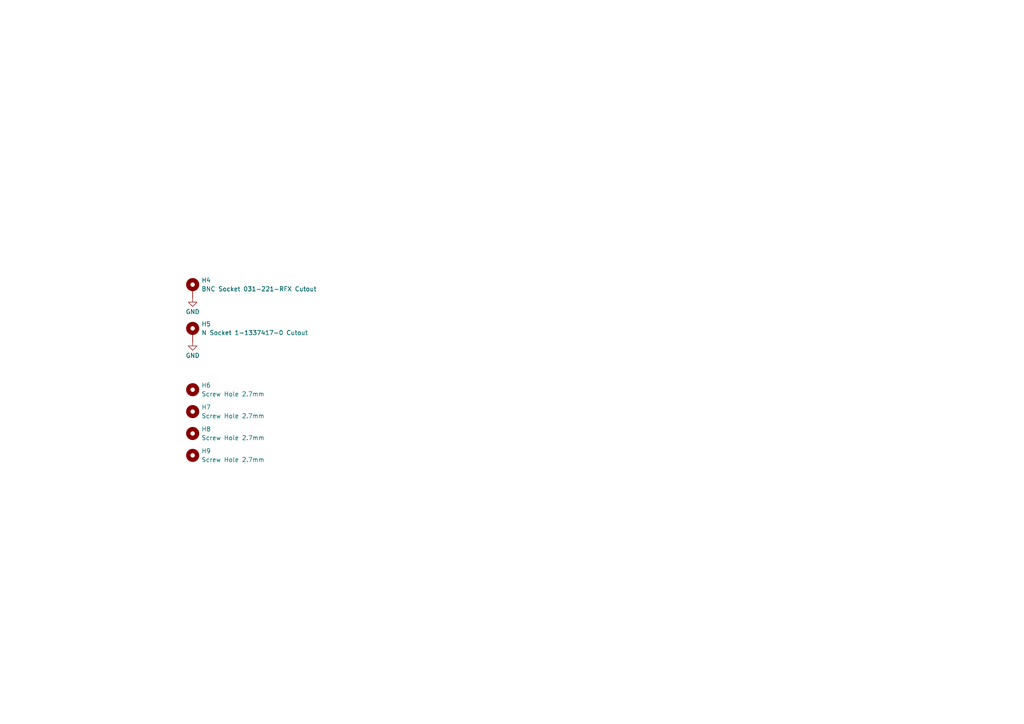
<source format=kicad_sch>
(kicad_sch
	(version 20250114)
	(generator "eeschema")
	(generator_version "9.0")
	(uuid "d489d106-209a-4475-80e4-b373da84a698")
	(paper "A4")
	(lib_symbols
		(symbol "Mechanical:MountingHole"
			(pin_names
				(offset 1.016)
			)
			(exclude_from_sim no)
			(in_bom no)
			(on_board yes)
			(property "Reference" "H"
				(at 0 5.08 0)
				(effects
					(font
						(size 1.27 1.27)
					)
				)
			)
			(property "Value" "MountingHole"
				(at 0 3.175 0)
				(effects
					(font
						(size 1.27 1.27)
					)
				)
			)
			(property "Footprint" ""
				(at 0 0 0)
				(effects
					(font
						(size 1.27 1.27)
					)
					(hide yes)
				)
			)
			(property "Datasheet" "~"
				(at 0 0 0)
				(effects
					(font
						(size 1.27 1.27)
					)
					(hide yes)
				)
			)
			(property "Description" "Mounting Hole without connection"
				(at 0 0 0)
				(effects
					(font
						(size 1.27 1.27)
					)
					(hide yes)
				)
			)
			(property "ki_keywords" "mounting hole"
				(at 0 0 0)
				(effects
					(font
						(size 1.27 1.27)
					)
					(hide yes)
				)
			)
			(property "ki_fp_filters" "MountingHole*"
				(at 0 0 0)
				(effects
					(font
						(size 1.27 1.27)
					)
					(hide yes)
				)
			)
			(symbol "MountingHole_0_1"
				(circle
					(center 0 0)
					(radius 1.27)
					(stroke
						(width 1.27)
						(type default)
					)
					(fill
						(type none)
					)
				)
			)
			(embedded_fonts no)
		)
		(symbol "Mechanical:MountingHole_Pad"
			(pin_numbers
				(hide yes)
			)
			(pin_names
				(offset 1.016)
				(hide yes)
			)
			(exclude_from_sim no)
			(in_bom no)
			(on_board yes)
			(property "Reference" "H"
				(at 0 6.35 0)
				(effects
					(font
						(size 1.27 1.27)
					)
				)
			)
			(property "Value" "MountingHole_Pad"
				(at 0 4.445 0)
				(effects
					(font
						(size 1.27 1.27)
					)
				)
			)
			(property "Footprint" ""
				(at 0 0 0)
				(effects
					(font
						(size 1.27 1.27)
					)
					(hide yes)
				)
			)
			(property "Datasheet" "~"
				(at 0 0 0)
				(effects
					(font
						(size 1.27 1.27)
					)
					(hide yes)
				)
			)
			(property "Description" "Mounting Hole with connection"
				(at 0 0 0)
				(effects
					(font
						(size 1.27 1.27)
					)
					(hide yes)
				)
			)
			(property "ki_keywords" "mounting hole"
				(at 0 0 0)
				(effects
					(font
						(size 1.27 1.27)
					)
					(hide yes)
				)
			)
			(property "ki_fp_filters" "MountingHole*Pad*"
				(at 0 0 0)
				(effects
					(font
						(size 1.27 1.27)
					)
					(hide yes)
				)
			)
			(symbol "MountingHole_Pad_0_1"
				(circle
					(center 0 1.27)
					(radius 1.27)
					(stroke
						(width 1.27)
						(type default)
					)
					(fill
						(type none)
					)
				)
			)
			(symbol "MountingHole_Pad_1_1"
				(pin input line
					(at 0 -2.54 90)
					(length 2.54)
					(name "1"
						(effects
							(font
								(size 1.27 1.27)
							)
						)
					)
					(number "1"
						(effects
							(font
								(size 1.27 1.27)
							)
						)
					)
				)
			)
			(embedded_fonts no)
		)
		(symbol "power:GND"
			(power)
			(pin_numbers
				(hide yes)
			)
			(pin_names
				(offset 0)
				(hide yes)
			)
			(exclude_from_sim no)
			(in_bom yes)
			(on_board yes)
			(property "Reference" "#PWR"
				(at 0 -6.35 0)
				(effects
					(font
						(size 1.27 1.27)
					)
					(hide yes)
				)
			)
			(property "Value" "GND"
				(at 0 -3.81 0)
				(effects
					(font
						(size 1.27 1.27)
					)
				)
			)
			(property "Footprint" ""
				(at 0 0 0)
				(effects
					(font
						(size 1.27 1.27)
					)
					(hide yes)
				)
			)
			(property "Datasheet" ""
				(at 0 0 0)
				(effects
					(font
						(size 1.27 1.27)
					)
					(hide yes)
				)
			)
			(property "Description" "Power symbol creates a global label with name \"GND\" , ground"
				(at 0 0 0)
				(effects
					(font
						(size 1.27 1.27)
					)
					(hide yes)
				)
			)
			(property "ki_keywords" "global power"
				(at 0 0 0)
				(effects
					(font
						(size 1.27 1.27)
					)
					(hide yes)
				)
			)
			(symbol "GND_0_1"
				(polyline
					(pts
						(xy 0 0) (xy 0 -1.27) (xy 1.27 -1.27) (xy 0 -2.54) (xy -1.27 -1.27) (xy 0 -1.27)
					)
					(stroke
						(width 0)
						(type default)
					)
					(fill
						(type none)
					)
				)
			)
			(symbol "GND_1_1"
				(pin power_in line
					(at 0 0 270)
					(length 0)
					(name "~"
						(effects
							(font
								(size 1.27 1.27)
							)
						)
					)
					(number "1"
						(effects
							(font
								(size 1.27 1.27)
							)
						)
					)
				)
			)
			(embedded_fonts no)
		)
	)
	(symbol
		(lib_id "power:GND")
		(at 55.88 86.36 0)
		(unit 1)
		(exclude_from_sim no)
		(in_bom yes)
		(on_board yes)
		(dnp no)
		(uuid "16b53952-5f05-4443-abfb-f65fcbf45f3e")
		(property "Reference" "#PWR012"
			(at 55.88 92.71 0)
			(effects
				(font
					(size 1.27 1.27)
				)
				(hide yes)
			)
		)
		(property "Value" "GND"
			(at 55.88 90.424 0)
			(effects
				(font
					(size 1.27 1.27)
				)
			)
		)
		(property "Footprint" ""
			(at 55.88 86.36 0)
			(effects
				(font
					(size 1.27 1.27)
				)
				(hide yes)
			)
		)
		(property "Datasheet" ""
			(at 55.88 86.36 0)
			(effects
				(font
					(size 1.27 1.27)
				)
				(hide yes)
			)
		)
		(property "Description" "Power symbol creates a global label with name \"GND\" , ground"
			(at 55.88 86.36 0)
			(effects
				(font
					(size 1.27 1.27)
				)
				(hide yes)
			)
		)
		(pin "1"
			(uuid "2e59ae2e-e84d-48ac-a2a4-e6127a073fe7")
		)
		(instances
			(project "end-panel-antenna-analyzer"
				(path "/d489d106-209a-4475-80e4-b373da84a698"
					(reference "#PWR012")
					(unit 1)
				)
			)
		)
	)
	(symbol
		(lib_id "Mechanical:MountingHole")
		(at 55.88 113.03 0)
		(unit 1)
		(exclude_from_sim no)
		(in_bom no)
		(on_board yes)
		(dnp no)
		(fields_autoplaced yes)
		(uuid "1cd06aea-6901-44ea-9bf9-8a28f307d476")
		(property "Reference" "H6"
			(at 58.42 111.7599 0)
			(effects
				(font
					(size 1.27 1.27)
				)
				(justify left)
			)
		)
		(property "Value" "Screw Hole 2.7mm"
			(at 58.42 114.2999 0)
			(effects
				(font
					(size 1.27 1.27)
				)
				(justify left)
			)
		)
		(property "Footprint" "MountingHole:MountingHole_2.7mm"
			(at 55.88 113.03 0)
			(effects
				(font
					(size 1.27 1.27)
				)
				(hide yes)
			)
		)
		(property "Datasheet" "~"
			(at 55.88 113.03 0)
			(effects
				(font
					(size 1.27 1.27)
				)
				(hide yes)
			)
		)
		(property "Description" "Mounting Hole without connection"
			(at 55.88 113.03 0)
			(effects
				(font
					(size 1.27 1.27)
				)
				(hide yes)
			)
		)
		(instances
			(project ""
				(path "/d489d106-209a-4475-80e4-b373da84a698"
					(reference "H6")
					(unit 1)
				)
			)
		)
	)
	(symbol
		(lib_id "Mechanical:MountingHole_Pad")
		(at 55.88 96.52 0)
		(unit 1)
		(exclude_from_sim no)
		(in_bom no)
		(on_board yes)
		(dnp no)
		(fields_autoplaced yes)
		(uuid "25a3166c-197c-4563-a039-c42d8d1f2002")
		(property "Reference" "H5"
			(at 58.42 93.9799 0)
			(effects
				(font
					(size 1.27 1.27)
				)
				(justify left)
			)
		)
		(property "Value" "N Socket 1-1337417-0 Cutout"
			(at 58.42 96.5199 0)
			(effects
				(font
					(size 1.27 1.27)
				)
				(justify left)
			)
		)
		(property "Footprint" "User_Global_Library:N Socket Hole 1-1337417-0"
			(at 55.88 96.52 0)
			(effects
				(font
					(size 1.27 1.27)
				)
				(hide yes)
			)
		)
		(property "Datasheet" "~"
			(at 55.88 96.52 0)
			(effects
				(font
					(size 1.27 1.27)
				)
				(hide yes)
			)
		)
		(property "Description" "Mounting Hole with connection"
			(at 55.88 96.52 0)
			(effects
				(font
					(size 1.27 1.27)
				)
				(hide yes)
			)
		)
		(pin "1"
			(uuid "0ac0f2b8-cb29-44d0-95cb-cb09535281ff")
		)
		(instances
			(project "end-panel-antenna-analyzer"
				(path "/d489d106-209a-4475-80e4-b373da84a698"
					(reference "H5")
					(unit 1)
				)
			)
		)
	)
	(symbol
		(lib_id "Mechanical:MountingHole")
		(at 55.88 119.38 0)
		(unit 1)
		(exclude_from_sim no)
		(in_bom no)
		(on_board yes)
		(dnp no)
		(fields_autoplaced yes)
		(uuid "3de0fe20-fe87-409a-84a3-d9b6dbdff858")
		(property "Reference" "H7"
			(at 58.42 118.1099 0)
			(effects
				(font
					(size 1.27 1.27)
				)
				(justify left)
			)
		)
		(property "Value" "Screw Hole 2.7mm"
			(at 58.42 120.6499 0)
			(effects
				(font
					(size 1.27 1.27)
				)
				(justify left)
			)
		)
		(property "Footprint" "MountingHole:MountingHole_2.7mm"
			(at 55.88 119.38 0)
			(effects
				(font
					(size 1.27 1.27)
				)
				(hide yes)
			)
		)
		(property "Datasheet" "~"
			(at 55.88 119.38 0)
			(effects
				(font
					(size 1.27 1.27)
				)
				(hide yes)
			)
		)
		(property "Description" "Mounting Hole without connection"
			(at 55.88 119.38 0)
			(effects
				(font
					(size 1.27 1.27)
				)
				(hide yes)
			)
		)
		(instances
			(project "end-panel-antenna-analyzer"
				(path "/d489d106-209a-4475-80e4-b373da84a698"
					(reference "H7")
					(unit 1)
				)
			)
		)
	)
	(symbol
		(lib_id "power:GND")
		(at 55.88 99.06 0)
		(unit 1)
		(exclude_from_sim no)
		(in_bom yes)
		(on_board yes)
		(dnp no)
		(uuid "4137d2f7-6b74-4576-9503-55ab1fb8ad75")
		(property "Reference" "#PWR011"
			(at 55.88 105.41 0)
			(effects
				(font
					(size 1.27 1.27)
				)
				(hide yes)
			)
		)
		(property "Value" "GND"
			(at 55.88 103.124 0)
			(effects
				(font
					(size 1.27 1.27)
				)
			)
		)
		(property "Footprint" ""
			(at 55.88 99.06 0)
			(effects
				(font
					(size 1.27 1.27)
				)
				(hide yes)
			)
		)
		(property "Datasheet" ""
			(at 55.88 99.06 0)
			(effects
				(font
					(size 1.27 1.27)
				)
				(hide yes)
			)
		)
		(property "Description" "Power symbol creates a global label with name \"GND\" , ground"
			(at 55.88 99.06 0)
			(effects
				(font
					(size 1.27 1.27)
				)
				(hide yes)
			)
		)
		(pin "1"
			(uuid "c46dac83-b969-43a0-92de-c3ee98263125")
		)
		(instances
			(project "end-panel-antenna-analyzer"
				(path "/d489d106-209a-4475-80e4-b373da84a698"
					(reference "#PWR011")
					(unit 1)
				)
			)
		)
	)
	(symbol
		(lib_id "Mechanical:MountingHole")
		(at 55.88 132.08 0)
		(unit 1)
		(exclude_from_sim no)
		(in_bom no)
		(on_board yes)
		(dnp no)
		(fields_autoplaced yes)
		(uuid "6381bb0c-5bb7-485a-b8fc-e1cc01fb5d82")
		(property "Reference" "H9"
			(at 58.42 130.8099 0)
			(effects
				(font
					(size 1.27 1.27)
				)
				(justify left)
			)
		)
		(property "Value" "Screw Hole 2.7mm"
			(at 58.42 133.3499 0)
			(effects
				(font
					(size 1.27 1.27)
				)
				(justify left)
			)
		)
		(property "Footprint" "MountingHole:MountingHole_2.7mm"
			(at 55.88 132.08 0)
			(effects
				(font
					(size 1.27 1.27)
				)
				(hide yes)
			)
		)
		(property "Datasheet" "~"
			(at 55.88 132.08 0)
			(effects
				(font
					(size 1.27 1.27)
				)
				(hide yes)
			)
		)
		(property "Description" "Mounting Hole without connection"
			(at 55.88 132.08 0)
			(effects
				(font
					(size 1.27 1.27)
				)
				(hide yes)
			)
		)
		(instances
			(project "end-panel-antenna-analyzer"
				(path "/d489d106-209a-4475-80e4-b373da84a698"
					(reference "H9")
					(unit 1)
				)
			)
		)
	)
	(symbol
		(lib_id "Mechanical:MountingHole")
		(at 55.88 125.73 0)
		(unit 1)
		(exclude_from_sim no)
		(in_bom no)
		(on_board yes)
		(dnp no)
		(fields_autoplaced yes)
		(uuid "925dfd64-5a36-47c6-907a-4e3279b32224")
		(property "Reference" "H8"
			(at 58.42 124.4599 0)
			(effects
				(font
					(size 1.27 1.27)
				)
				(justify left)
			)
		)
		(property "Value" "Screw Hole 2.7mm"
			(at 58.42 126.9999 0)
			(effects
				(font
					(size 1.27 1.27)
				)
				(justify left)
			)
		)
		(property "Footprint" "MountingHole:MountingHole_2.7mm"
			(at 55.88 125.73 0)
			(effects
				(font
					(size 1.27 1.27)
				)
				(hide yes)
			)
		)
		(property "Datasheet" "~"
			(at 55.88 125.73 0)
			(effects
				(font
					(size 1.27 1.27)
				)
				(hide yes)
			)
		)
		(property "Description" "Mounting Hole without connection"
			(at 55.88 125.73 0)
			(effects
				(font
					(size 1.27 1.27)
				)
				(hide yes)
			)
		)
		(instances
			(project "end-panel-antenna-analyzer"
				(path "/d489d106-209a-4475-80e4-b373da84a698"
					(reference "H8")
					(unit 1)
				)
			)
		)
	)
	(symbol
		(lib_id "Mechanical:MountingHole_Pad")
		(at 55.88 83.82 0)
		(unit 1)
		(exclude_from_sim no)
		(in_bom no)
		(on_board yes)
		(dnp no)
		(fields_autoplaced yes)
		(uuid "b47611c4-0c10-41f0-b7e1-abb7433fe0af")
		(property "Reference" "H4"
			(at 58.42 81.2799 0)
			(effects
				(font
					(size 1.27 1.27)
				)
				(justify left)
			)
		)
		(property "Value" "BNC Socket 031-221-RFX Cutout"
			(at 58.42 83.8199 0)
			(effects
				(font
					(size 1.27 1.27)
				)
				(justify left)
			)
		)
		(property "Footprint" "User_Global_Library:BNC Socket Hole 031-221-RFX"
			(at 55.88 83.82 0)
			(effects
				(font
					(size 1.27 1.27)
				)
				(hide yes)
			)
		)
		(property "Datasheet" "~"
			(at 55.88 83.82 0)
			(effects
				(font
					(size 1.27 1.27)
				)
				(hide yes)
			)
		)
		(property "Description" "Mounting Hole with connection"
			(at 55.88 83.82 0)
			(effects
				(font
					(size 1.27 1.27)
				)
				(hide yes)
			)
		)
		(pin "1"
			(uuid "40bc6f94-2d1a-40c3-811e-b287ae681eb7")
		)
		(instances
			(project "end-panel-antenna-analyzer"
				(path "/d489d106-209a-4475-80e4-b373da84a698"
					(reference "H4")
					(unit 1)
				)
			)
		)
	)
	(sheet_instances
		(path "/"
			(page "1")
		)
	)
	(embedded_fonts no)
)

</source>
